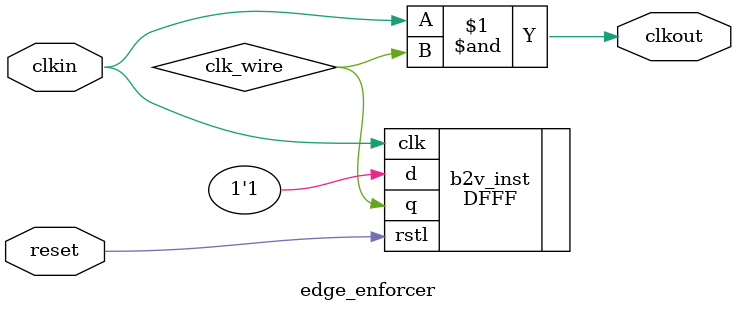
<source format=sv>
module edge_enforcer(
	clkin,
	reset,
	clkout
);

input wire	clkin, reset;
output wire	clkout;

wire	clk_wire;

DFFF	b2v_inst(
	.d(1'b1),
	.clk(clkin),
	.rstl(reset),
	.q(clk_wire));

assign	clkout = clkin & clk_wire;

endmodule

</source>
